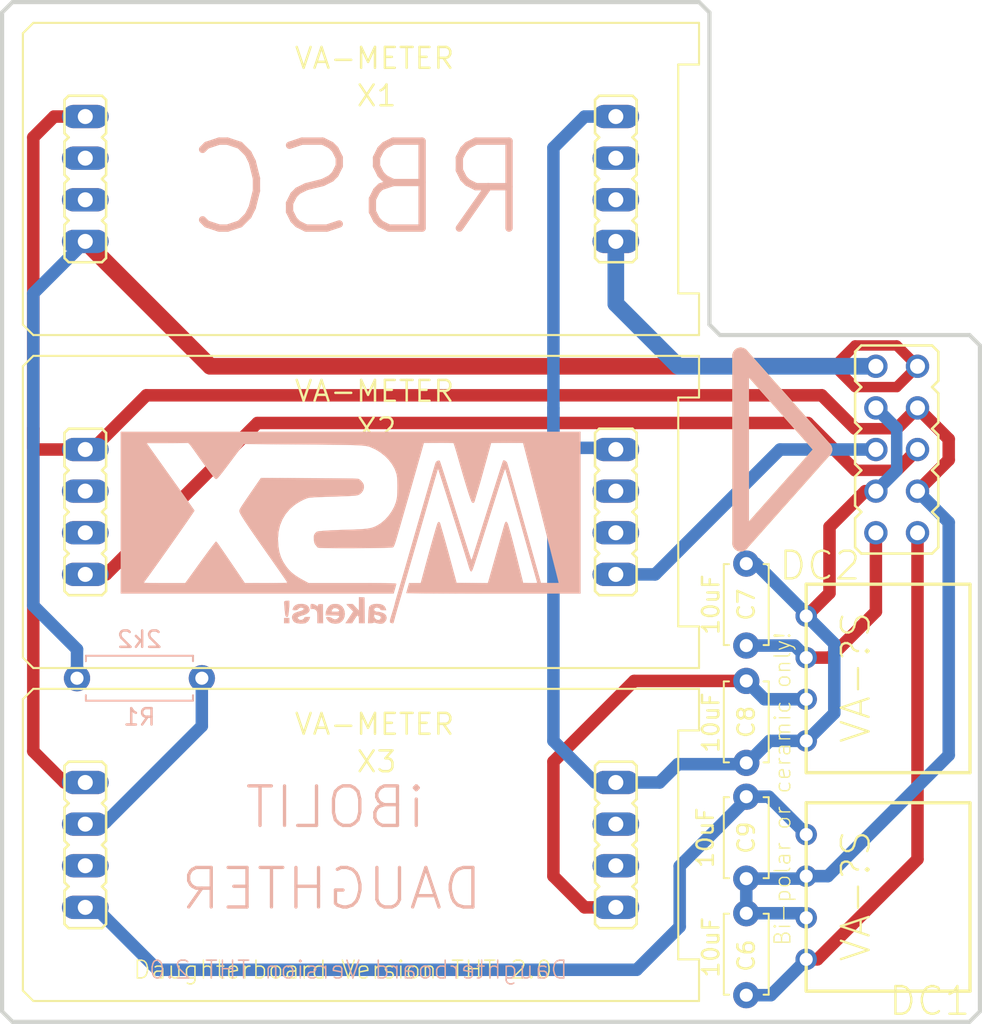
<source format=kicad_pcb>
(kicad_pcb (version 20211014) (generator pcbnew)
  (layers (0 "F.Cu" signal "Top") (31 "B.Cu" signal "Bottom") (34 "B.Paste" user) (35 "F.Paste" user) (36 "B.SilkS" user "B.Silkscreen") (37 "F.SilkS" user "F.Silkscreen") (38 "B.Mask" user) (39 "F.Mask" user) (44 "Edge.Cuts" user))
  (net 0 "")
  (net 1 "Net-(JP5-Pad3)")
  (net 2 "/+5VIN")
  (net 3 "Net-(JP3-Pad2)")
  (net 4 "Net-(JP3-Pad3)")
  (net 5 "/GND1")
  (net 6 "/+5VOUT")
  (net 7 "Net-(JP6-Pad3)")
  (net 8 "Net-(JP6-Pad2)")
  (net 9 "/GND2")
  (net 10 "/+12VIN")
  (net 11 "Net-(JP4-Pad2)")
  (net 12 "Net-(JP4-Pad3)")
  (net 13 "/+12VOUT")
  (net 14 "Net-(JP7-Pad3)")
  (net 15 "Net-(JP7-Pad2)")
  (net 16 "Net-(JP5-Pad2)")
  (net 17 "Net-(JP8-Pad3)")
  (net 18 "Net-(JP8-Pad2)")
  (net 19 "/-12VIN")
  (net 20 "/-12VOUT")
  (net 21 "Net-(JP5-Pad1)")
  (net 22 "Net-(DC2-Pad2)")
  (footprint "MSXmakers:VA_METER" (layer "F.Cu") (at 130.0861 85.3186)
    (fp_text reference "X1" (at 11.43 -5.715) (layer "F.SilkS") (effects (font (size 1.27 1.27))))
    (fp_text value "VA-METER" (at 11.303 -8.001) (layer "F.SilkS") (effects (font (size 1.27 1.27))))
    (pad "GNDIN" thru_hole rect (at -6.35 -4.445) (size 1.308 1.308) (drill 0.8) (layers F&B.Cu *.Mask) (net 5 "/GND1"))
    (pad "GNDOUT" thru_hole rect (at 26.035 -4.445) (size 1.308 1.308) (drill 0.8) (layers F&B.Cu *.Mask) (net 9 "/GND2"))
    (pad "NC1" thru_hole rect (at -6.35 -1.905) (size 1.308 1.308) (drill 0.8) (layers F&B.Cu *.Mask) (net 4 "Net-(JP3-Pad3)"))
    (pad "NC2" thru_hole rect (at -6.35 0.635) (size 1.308 1.308) (drill 0.8) (layers F&B.Cu *.Mask) (net 3 "Net-(JP3-Pad2)"))
    (pad "NC3" thru_hole rect (at 26.035 0.635) (size 1.308 1.308) (drill 0.8) (layers F&B.Cu *.Mask) (net 7 "Net-(JP6-Pad3)"))
    (pad "NC4" thru_hole rect (at 26.035 -1.905) (size 1.308 1.308) (drill 0.8) (layers F&B.Cu *.Mask) (net 8 "Net-(JP6-Pad2)"))
    (pad "VIN" thru_hole rect (at -6.35 3.175) (size 1.308 1.308) (drill 0.8) (layers F&B.Cu *.Mask) (net 2 "/+5VIN"))
    (pad "VOUT" thru_hole rect (at 26.035 3.175) (size 1.308 1.308) (drill 0.8) (layers F&B.Cu *.Mask) (net 6 "/+5VOUT"))
  )
  (footprint "MSXmakers:VA_METER" (layer "F.Cu") (at 130.0861 105.6386)
    (fp_text reference "X2" (at 11.43 -5.715) (layer "F.SilkS") (effects (font (size 1.27 1.27))))
    (fp_text value "VA-METER" (at 11.303 -8.001) (layer "F.SilkS") (effects (font (size 1.27 1.27))))
    (pad "GNDIN" thru_hole rect (at -6.35 -4.445) (size 1.308 1.308) (drill 0.8) (layers F&B.Cu *.Mask) (net 5 "/GND1"))
    (pad "GNDOUT" thru_hole rect (at 26.035 -4.445) (size 1.308 1.308) (drill 0.8) (layers F&B.Cu *.Mask) (net 9 "/GND2"))
    (pad "NC1" thru_hole rect (at -6.35 -1.905) (size 1.308 1.308) (drill 0.8) (layers F&B.Cu *.Mask) (net 12 "Net-(JP4-Pad3)"))
    (pad "NC2" thru_hole rect (at -6.35 0.635) (size 1.308 1.308) (drill 0.8) (layers F&B.Cu *.Mask) (net 11 "Net-(JP4-Pad2)"))
    (pad "NC3" thru_hole rect (at 26.035 0.635) (size 1.308 1.308) (drill 0.8) (layers F&B.Cu *.Mask) (net 14 "Net-(JP7-Pad3)"))
    (pad "NC4" thru_hole rect (at 26.035 -1.905) (size 1.308 1.308) (drill 0.8) (layers F&B.Cu *.Mask) (net 15 "Net-(JP7-Pad2)"))
    (pad "VIN" thru_hole rect (at -6.35 3.175) (size 1.308 1.308) (drill 0.8) (layers F&B.Cu *.Mask) (net 10 "/+12VIN"))
    (pad "VOUT" thru_hole rect (at 26.035 3.175) (size 1.308 1.308) (drill 0.8) (layers F&B.Cu *.Mask) (net 13 "/+12VOUT"))
  )
  (footprint "MSXmakers:VA_METER" (layer "F.Cu") (at 130.0861 125.9586)
    (fp_text reference "X3" (at 11.43 -5.715) (layer "F.SilkS") (effects (font (size 1.27 1.27))))
    (fp_text value "VA-METER" (at 11.303 -8.001) (layer "F.SilkS") (effects (font (size 1.27 1.27))))
    (pad "GNDIN" thru_hole rect (at -6.35 -4.445) (size 1.308 1.308) (drill 0.8) (layers F&B.Cu *.Mask) (net 5 "/GND1"))
    (pad "GNDOUT" thru_hole rect (at 26.035 -4.445) (size 1.308 1.308) (drill 0.8) (layers F&B.Cu *.Mask) (net 9 "/GND2"))
    (pad "NC1" thru_hole rect (at -6.35 -1.905) (size 1.308 1.308) (drill 0.8) (layers F&B.Cu *.Mask) (net 1 "Net-(JP5-Pad3)"))
    (pad "NC2" thru_hole rect (at -6.35 0.635) (size 1.308 1.308) (drill 0.8) (layers F&B.Cu *.Mask) (net 16 "Net-(JP5-Pad2)"))
    (pad "NC3" thru_hole rect (at 26.035 0.635) (size 1.308 1.308) (drill 0.8) (layers F&B.Cu *.Mask) (net 17 "Net-(JP8-Pad3)"))
    (pad "NC4" thru_hole rect (at 26.035 -1.905) (size 1.308 1.308) (drill 0.8) (layers F&B.Cu *.Mask) (net 18 "Net-(JP8-Pad2)"))
    (pad "VIN" thru_hole rect (at -6.35 3.175) (size 1.308 1.308) (drill 0.8) (layers F&B.Cu *.Mask) (net 21 "Net-(JP5-Pad1)"))
    (pad "VOUT" thru_hole rect (at 26.035 3.175) (size 1.308 1.308) (drill 0.8) (layers F&B.Cu *.Mask) (net 22 "Net-(DC2-Pad2)"))
  )
  (footprint "MSXmakers:4SIL" (layer "F.Cu") (at 167.7416 128.4986 90)
    (fp_text reference "DC1" (at -7.3406 4.953 180) (layer "F.SilkS") (effects (font (size 1.6891 1.6891) (thickness 0.14224)) (justify left bottom)))
    (fp_text value "VA-?S" (at -4.05 4.02 90) (layer "F.SilkS") (effects (font (size 1.6891 1.6891) (thickness 0.14224)) (justify left bottom)))
    (pad "1" thru_hole circle (at -3.81 0 90) (size 1.308 1.308) (drill 0.8) (layers *.Cu *.Mask) (net 19 "/-12VIN"))
    (pad "2" thru_hole circle (at -1.27 0 90) (size 1.308 1.308) (drill 0.8) (layers *.Cu *.Mask) (net 5 "/GND1"))
    (pad "3" thru_hole circle (at 1.27 0 90) (size 1.308 1.308) (drill 0.8) (layers *.Cu *.Mask) (net 5 "/GND1"))
    (pad "4" thru_hole circle (at 3.81 0 90) (size 1.308 1.308) (drill 0.8) (layers *.Cu *.Mask) (net 21 "Net-(JP5-Pad1)"))
  )
  (footprint "MSXmakers:4SIL" (layer "F.Cu") (at 167.7416 115.1636 90)
    (fp_text reference "DC2" (at 5.8928 -1.7526) (layer "F.SilkS") (effects (font (size 1.6891 1.6891) (thickness 0.14224)) (justify left bottom)))
    (fp_text value "VA-?S" (at -4.05 4.02 90) (layer "F.SilkS") (effects (font (size 1.6891 1.6891) (thickness 0.14224)) (justify left bottom)))
    (pad "1" thru_hole circle (at -3.81 0 90) (size 1.308 1.308) (drill 0.8) (layers *.Cu *.Mask) (net 9 "/GND2"))
    (pad "2" thru_hole circle (at -1.27 0 90) (size 1.308 1.308) (drill 0.8) (layers *.Cu *.Mask) (net 22 "Net-(DC2-Pad2)"))
    (pad "3" thru_hole circle (at 1.27 0 90) (size 1.308 1.308) (drill 0.8) (layers *.Cu *.Mask) (net 20 "/-12VOUT"))
    (pad "4" thru_hole circle (at 3.81 0 90) (size 1.308 1.308) (drill 0.8) (layers *.Cu *.Mask) (net 9 "/GND2"))
  )
  (footprint "iBolit_daughter:JP5Q_CUSTOM" (layer "F.Cu") (at 173.2661 101.1936 90)
    (fp_text reference "JP2" hide)
    (fp_text value "2x5 socket" hide)
    (pad "1" thru_hole circle locked (at -5.08 1.27 90) (size 1.4224 1.4224) (drill 0.9144) (layers *.Cu *.Mask) (net 19 "/-12VIN"))
    (pad "2" thru_hole circle locked (at -5.08 -1.27 90) (size 1.4224 1.4224) (drill 0.9144) (layers *.Cu *.Mask) (net 20 "/-12VOUT"))
    (pad "3" thru_hole circle locked (at -2.54 1.27 90) (size 1.4224 1.4224) (drill 0.9144) (layers *.Cu *.Mask) (net 5 "/GND1"))
    (pad "4" thru_hole circle locked (at -2.54 -1.27 90) (size 1.4224 1.4224) (drill 0.9144) (layers *.Cu *.Mask) (net 9 "/GND2"))
    (pad "5" thru_hole circle locked (at 0 1.27 90) (size 1.4224 1.4224) (drill 0.9144) (layers *.Cu *.Mask) (net 10 "/+12VIN"))
    (pad "6" thru_hole circle locked (at 0 -1.27 90) (size 1.4224 1.4224) (drill 0.9144) (layers *.Cu *.Mask) (net 13 "/+12VOUT"))
    (pad "7" thru_hole circle locked (at 2.54 1.27 90) (size 1.4224 1.4224) (drill 0.9144) (layers *.Cu *.Mask) (net 5 "/GND1"))
    (pad "8" thru_hole circle locked (at 2.54 -1.27 90) (size 1.4224 1.4224) (drill 0.9144) (layers *.Cu *.Mask) (net 9 "/GND2"))
    (pad "9" thru_hole circle locked (at 5.08 1.27 90) (size 1.4224 1.4224) (drill 0.9144) (layers *.Cu *.Mask) (net 2 "/+5VIN"))
    (pad "10" thru_hole circle locked (at 5.08 -1.27 90) (size 1.4224 1.4224) (drill 0.9144) (layers *.Cu *.Mask) (net 6 "/+5VOUT"))
  )
  (footprint "iBolit_daughter:JP4_CUSTOM" (layer "F.Cu") (at 123.7361 84.6836 90)
    (fp_text reference "JP3" hide)
    (fp_text value "JP4E_CUSTOM" hide)
    (pad "1" thru_hole oval locked (at -3.81 0 180) (size 2.8448 1.4224) (drill 0.9144) (layers *.Cu *.Mask) (net 2 "/+5VIN"))
    (pad "2" thru_hole oval locked (at -1.27 0 180) (size 2.8448 1.4224) (drill 0.9144) (layers *.Cu *.Mask) (net 3 "Net-(JP3-Pad2)"))
    (pad "3" thru_hole oval locked (at 1.27 0 180) (size 2.8448 1.4224) (drill 0.9144) (layers *.Cu *.Mask) (net 4 "Net-(JP3-Pad3)"))
    (pad "4" thru_hole oval locked (at 3.81 0 180) (size 2.8448 1.4224) (drill 0.9144) (layers *.Cu *.Mask) (net 5 "/GND1"))
  )
  (footprint "iBolit_daughter:JP4_CUSTOM" (layer "F.Cu") (at 123.7361 105.0036 90)
    (fp_text reference "JP4" hide)
    (fp_text value "JP4E_CUSTOM" hide)
    (pad "1" thru_hole oval locked (at -3.81 0 180) (size 2.8448 1.4224) (drill 0.9144) (layers *.Cu *.Mask) (net 10 "/+12VIN"))
    (pad "2" thru_hole oval locked (at -1.27 0 180) (size 2.8448 1.4224) (drill 0.9144) (layers *.Cu *.Mask) (net 11 "Net-(JP4-Pad2)"))
    (pad "3" thru_hole oval locked (at 1.27 0 180) (size 2.8448 1.4224) (drill 0.9144) (layers *.Cu *.Mask) (net 12 "Net-(JP4-Pad3)"))
    (pad "4" thru_hole oval locked (at 3.81 0 180) (size 2.8448 1.4224) (drill 0.9144) (layers *.Cu *.Mask) (net 5 "/GND1"))
  )
  (footprint "iBolit_daughter:JP4_CUSTOM" (layer "F.Cu") (at 123.7361 125.3236 90)
    (fp_text reference "JP5" hide)
    (fp_text value "JP4E_CUSTOM" hide)
    (pad "1" thru_hole oval locked (at -3.81 0 180) (size 2.8448 1.4224) (drill 0.9144) (layers *.Cu *.Mask) (net 21 "Net-(JP5-Pad1)"))
    (pad "2" thru_hole oval locked (at -1.27 0 180) (size 2.8448 1.4224) (drill 0.9144) (layers *.Cu *.Mask) (net 16 "Net-(JP5-Pad2)"))
    (pad "3" thru_hole oval locked (at 1.27 0 180) (size 2.8448 1.4224) (drill 0.9144) (layers *.Cu *.Mask) (net 1 "Net-(JP5-Pad3)"))
    (pad "4" thru_hole oval locked (at 3.81 0 180) (size 2.8448 1.4224) (drill 0.9144) (layers *.Cu *.Mask) (net 5 "/GND1"))
  )
  (footprint "iBolit_daughter:JP4_CUSTOM" (layer "F.Cu") (at 156.1211 84.6836 -90)
    (fp_text reference "JP6" hide)
    (fp_text value "JP4E_CUSTOM" hide)
    (pad "1" thru_hole oval locked (at -3.81 0) (size 2.8448 1.4224) (drill 0.9144) (layers *.Cu *.Mask) (net 9 "/GND2"))
    (pad "2" thru_hole oval locked (at -1.27 0) (size 2.8448 1.4224) (drill 0.9144) (layers *.Cu *.Mask) (net 8 "Net-(JP6-Pad2)"))
    (pad "3" thru_hole oval locked (at 1.27 0) (size 2.8448 1.4224) (drill 0.9144) (layers *.Cu *.Mask) (net 7 "Net-(JP6-Pad3)"))
    (pad "4" thru_hole oval locked (at 3.81 0) (size 2.8448 1.4224) (drill 0.9144) (layers *.Cu *.Mask) (net 6 "/+5VOUT"))
  )
  (footprint "iBolit_daughter:JP4_CUSTOM" (layer "F.Cu") (at 156.1211 105.0036 -90)
    (fp_text reference "JP7" hide)
    (fp_text value "JP4E_CUSTOM" hide)
    (pad "1" thru_hole oval locked (at -3.81 0) (size 2.8448 1.4224) (drill 0.9144) (layers *.Cu *.Mask) (net 9 "/GND2"))
    (pad "2" thru_hole oval locked (at -1.27 0) (size 2.8448 1.4224) (drill 0.9144) (layers *.Cu *.Mask) (net 15 "Net-(JP7-Pad2)"))
    (pad "3" thru_hole oval locked (at 1.27 0) (size 2.8448 1.4224) (drill 0.9144) (layers *.Cu *.Mask) (net 14 "Net-(JP7-Pad3)"))
    (pad "4" thru_hole oval locked (at 3.81 0) (size 2.8448 1.4224) (drill 0.9144) (layers *.Cu *.Mask) (net 13 "/+12VOUT"))
  )
  (footprint "iBolit_daughter:JP4_CUSTOM" (layer "F.Cu") (at 156.1211 125.3236 -90)
    (fp_text reference "JP8" hide)
    (fp_text value "JP4E_CUSTOM" hide)
    (pad "1" thru_hole oval locked (at -3.81 0) (size 2.8448 1.4224) (drill 0.9144) (layers *.Cu *.Mask) (net 9 "/GND2"))
    (pad "2" thru_hole oval locked (at -1.27 0) (size 2.8448 1.4224) (drill 0.9144) (layers *.Cu *.Mask) (net 18 "Net-(JP8-Pad2)"))
    (pad "3" thru_hole oval locked (at 1.27 0) (size 2.8448 1.4224) (drill 0.9144) (layers *.Cu *.Mask) (net 17 "Net-(JP8-Pad3)"))
    (pad "4" thru_hole oval locked (at 3.81 0) (size 2.8448 1.4224) (drill 0.9144) (layers *.Cu *.Mask) (net 22 "Net-(DC2-Pad2)"))
  )
  (footprint "Capacitor_THT:C_Disc_D4.7mm_W2.5mm_P5.00mm" (layer "F.Cu") (at 164.084 129.493 -90)
    (fp_text reference "C6" (at 2.587 0 -90) (layer "F.SilkS"))
    (fp_text value "10uF" (at 2.079 2.159 -90) (layer "F.SilkS"))
    (pad "1" thru_hole circle (at 0 0 270) (size 1.6 1.6) (drill 0.8) (layers *.Cu *.Mask) (net 5 "/GND1"))
    (pad "2" thru_hole circle (at 5 0 270) (size 1.6 1.6) (drill 0.8) (layers *.Cu *.Mask) (net 19 "/-12VIN"))
  )
  (footprint "Capacitor_THT:C_Disc_D4.7mm_W2.5mm_P5.00mm" (layer "F.Cu") (at 164.084 108.157 -90)
    (fp_text reference "C7" (at 2.5 0 -90) (layer "F.SilkS"))
    (fp_text value "10uF" (at 2.5 2.159 -90) (layer "F.SilkS"))
    (pad "1" thru_hole circle (at 0 0 270) (size 1.6 1.6) (drill 0.8) (layers *.Cu *.Mask) (net 9 "/GND2"))
    (pad "2" thru_hole circle (at 5 0 270) (size 1.6 1.6) (drill 0.8) (layers *.Cu *.Mask) (net 20 "/-12VOUT"))
  )
  (footprint "Capacitor_THT:C_Disc_D4.7mm_W2.5mm_P5.00mm" (layer "F.Cu") (at 164.084 115.316 -90)
    (fp_text reference "C8" (at 2.5 0 -90) (layer "F.SilkS"))
    (fp_text value "10uF" (at 2.54 2.159 -90) (layer "F.SilkS"))
    (pad "1" thru_hole circle (at 0 0 270) (size 1.6 1.6) (drill 0.8) (layers *.Cu *.Mask) (net 22 "Net-(DC2-Pad2)"))
    (pad "2" thru_hole circle (at 5 0 270) (size 1.6 1.6) (drill 0.8) (layers *.Cu *.Mask) (net 9 "/GND2"))
  )
  (footprint "Capacitor_THT:C_Disc_D4.7mm_W2.5mm_P5.00mm" (layer "F.Cu") (at 164.084 122.381 -90)
    (fp_text reference "C9" (at 2.5 0 -90) (layer "F.SilkS"))
    (fp_text value "10uF" (at 2.5 2.5 -90) (layer "F.SilkS"))
    (pad "1" thru_hole circle (at 0 0 270) (size 1.6 1.6) (drill 0.8) (layers *.Cu *.Mask) (net 21 "Net-(JP5-Pad1)"))
    (pad "2" thru_hole circle (at 5 0 270) (size 1.6 1.6) (drill 0.8) (layers *.Cu *.Mask) (net 5 "/GND1"))
  )
  (footprint "Resistor_THT:R_Axial_DIN0207_L6.3mm_D2.5mm_P7.62mm_Horizontal" (layer "B.Cu") (at 123.23 115.15)
    (fp_text reference "R1" (at 3.81 2.37) (layer "B.SilkS") (effects (justify mirror)))
    (fp_text value "2k2" (at 3.81 -2.37) (layer "B.SilkS") (effects (justify mirror)))
    (pad "1" thru_hole circle (at 0 0) (size 1.6 1.6) (drill 0.8) (layers *.Cu *.Mask) (net 2 "/+5VIN"))
    (pad "2" thru_hole oval (at 7.62 0) (size 1.6 1.6) (drill 0.8) (layers *.Cu *.Mask) (net 1 "Net-(JP5-Pad3)"))
  )
  (footprint "MSXmakers:Logo_MSXmakers_fsilk_29x14" (layer "B.Cu") (at 139.9032 105.918 180)
    (fp_text reference "G***" hide)
    (fp_text value "Val**" hide)
  )
  (gr_line (start 163.7411 95.4786) (end 163.7411 106.9086) (layer "B.SilkS") (width 1.016))
  (gr_line (start 163.7411 106.9086) (end 168.8211 101.1936) (layer "B.SilkS") (width 1.016))
  (gr_line (start 168.8211 101.1936) (end 163.7411 95.4786) (layer "B.SilkS") (width 1.016))
  (gr_line (start 163.7411 95.4786) (end 168.8211 101.1936) (layer "F.SilkS") (width 1.016))
  (gr_line (start 168.8211 101.1936) (end 163.7411 106.9086) (layer "F.SilkS") (width 1.016))
  (gr_line (start 163.7411 106.9086) (end 163.7411 95.4786) (layer "F.SilkS") (width 1.016))
  (gr_line (start 177.7111 94.2086) (end 162.4711 94.2086) (layer "Edge.Cuts") (width 0.254))
  (gr_line (start 161.8361 93.5736) (end 161.8361 74.5236) (layer "Edge.Cuts") (width 0.254))
  (gr_line (start 161.2011 73.8886) (end 119.2911 73.8886) (layer "Edge.Cuts") (width 0.254))
  (gr_line (start 118.6561 74.5236) (end 118.6561 135.4836) (layer "Edge.Cuts") (width 0.254))
  (gr_line (start 119.2911 136.1186) (end 177.7111 136.1186) (layer "Edge.Cuts") (width 0.254))
  (gr_line (start 178.3461 94.8436) (end 178.3461 135.4836) (layer "Edge.Cuts") (width 0.254))
  (gr_line (start 178.3461 94.8436) (end 177.7111 94.2086) (layer "Edge.Cuts") (width 0.254))
  (gr_line (start 161.8361 93.5736) (end 162.4711 94.2086) (layer "Edge.Cuts") (width 0.254))
  (gr_line (start 161.2011 73.8886) (end 161.8361 74.5236) (layer "Edge.Cuts") (width 0.254))
  (gr_line (start 118.6561 74.5236) (end 119.2911 73.8886) (layer "Edge.Cuts") (width 0.254))
  (gr_line (start 118.6561 135.4836) (end 119.2911 136.1186) (layer "Edge.Cuts") (width 0.254))
  (gr_line (start 177.7111 136.1186) (end 178.3461 135.4836) (layer "Edge.Cuts") (width 0.254))
  (gr_text "iBOLIT" (at 133.35 121.6152) (layer "B.SilkS") (effects (font (size 2.413 2.413) (thickness 0.2032)) (justify right top mirror)))
  (gr_text "DAUGHTER" (at 129.4511 126.5936) (layer "B.SilkS") (effects (font (size 2.413 2.413) (thickness 0.2032)) (justify right top mirror)))
  (gr_text "Daughterboard Version THT 2.0" (at 127.5461 132.3086) (layer "B.SilkS") (effects (font (size 1.08585 1.08585) (thickness 0.09144)) (justify right top mirror)))
  (gr_text "RBSC" (at 129.5908 82.1436) (layer "B.SilkS") (effects (font (size 5.3086 5.3086) (thickness 0.44704)) (justify right top mirror)))
  (gr_text "Daughterboard Version THT 2.0" (at 152.3111 132.3086) (layer "F.SilkS") (effects (font (size 1.08585 1.08585) (thickness 0.09144)) (justify right top)))
  (gr_text "Bi-polar or ceramic only!" (at 165.735 112.268 90) (layer "F.SilkS") (effects (font (size 0.9652 0.9652) (thickness 0.08128)) (justify right top)))
  (segment (start 123.8377 123.952) (end 123.7361 124.0536) (width 0.762) (layer "B.Cu") (net 1))
  (segment (start 124.968 123.952) (end 123.8377 123.952) (width 0.762) (layer "B.Cu") (net 1))
  (segment (start 130.85 118.07) (end 124.968 123.952) (width 0.762) (layer "B.Cu") (net 1))
  (segment (start 130.85 115.15) (end 130.85 118.07) (width 0.762) (layer "B.Cu") (net 1))
  (segment (start 123.7361 88.4936) (end 131.3561 96.1136) (width 1.016) (layer "F.Cu") (net 2))
  (segment (start 131.3561 96.1136) (end 169.4561 96.1136) (width 1.016) (layer "F.Cu") (net 2))
  (segment (start 169.4561 96.1136) (end 170.7261 94.8436) (width 0.635) (layer "F.Cu") (net 2))
  (segment (start 170.7261 94.8436) (end 173.2661 94.8436) (width 0.635) (layer "F.Cu") (net 2))
  (segment (start 173.2661 94.8436) (end 174.5361 96.1136) (width 0.635) (layer "F.Cu") (net 2))
  (segment (start 169.4561 96.1136) (end 170.7261 97.3836) (width 0.635) (layer "F.Cu") (net 2))
  (segment (start 170.7261 97.3836) (end 173.2661 97.3836) (width 0.635) (layer "F.Cu") (net 2))
  (segment (start 173.2661 97.3836) (end 174.5361 96.1136) (width 0.635) (layer "F.Cu") (net 2))
  (segment (start 120.5611 91.6686) (end 120.5611 110.7186) (width 0.762) (layer "B.Cu") (net 2))
  (segment (start 123.7361 88.4936) (end 120.5611 91.6686) (width 0.762) (layer "B.Cu") (net 2))
  (segment (start 123.23 113.3875) (end 123.23 115.15) (width 0.762) (layer "B.Cu") (net 2))
  (segment (start 120.5611 110.7186) (end 123.23 113.3875) (width 0.762) (layer "B.Cu") (net 2))
  (segment (start 123.7361 80.8736) (end 121.8311 80.8736) (width 0.762) (layer "F.Cu") (net 5))
  (segment (start 121.8311 80.8736) (end 120.5611 82.1436) (width 0.762) (layer "F.Cu") (net 5))
  (segment (start 120.5611 82.1436) (end 120.5611 99.9236) (width 0.762) (layer "F.Cu") (net 5))
  (segment (start 123.7361 121.5136) (end 122.4661 121.5136) (width 0.762) (layer "F.Cu") (net 5))
  (segment (start 122.4661 121.5136) (end 120.5611 119.6086) (width 0.762) (layer "F.Cu") (net 5))
  (segment (start 120.5611 119.6086) (end 120.5611 99.9236) (width 0.762) (layer "F.Cu") (net 5))
  (segment (start 174.5361 98.6536) (end 176.4411 100.5586) (width 0.762) (layer "F.Cu") (net 5))
  (segment (start 176.4411 100.5586) (end 176.4411 101.8286) (width 0.762) (layer "F.Cu") (net 5))
  (segment (start 176.4411 101.8286) (end 174.5361 103.7336) (width 0.762) (layer "F.Cu") (net 5))
  (segment (start 173.2661 99.9236) (end 174.5361 98.6536) (width 0.762) (layer "F.Cu") (net 5))
  (segment (start 168.68775 97.88525) (end 170.7261 99.9236) (width 0.762) (layer "F.Cu") (net 5))
  (segment (start 170.7261 99.9236) (end 173.2661 99.9236) (width 0.7) (layer "F.Cu") (net 5))
  (segment (start 120.5611 101.0539) (end 120.7008 101.1936) (width 0.762) (layer "F.Cu") (net 5))
  (segment (start 127.46355 97.88525) (end 168.68775 97.88525) (width 0.762) (layer "F.Cu") (net 5))
  (segment (start 120.5611 99.9236) (end 120.5611 101.0539) (width 0.762) (layer "F.Cu") (net 5))
  (segment (start 123.7361 101.1936) (end 124.1552 101.1936) (width 0.762) (layer "F.Cu") (net 5))
  (segment (start 120.7008 101.1936) (end 123.7361 101.1936) (width 0.762) (layer "F.Cu") (net 5))
  (segment (start 124.1552 101.1936) (end 127.46355 97.88525) (width 0.762) (layer "F.Cu") (net 5))
  (segment (start 176.4411 105.6386) (end 174.5361 103.7336) (width 0.762) (layer "B.Cu") (net 5))
  (segment (start 164.084 129.493) (end 167.466 129.493) (width 0.762) (layer "B.Cu") (net 5))
  (segment (start 164.084 127.381) (end 164.084 129.493) (width 0.762) (layer "B.Cu") (net 5))
  (segment (start 167.7416 127.2286) (end 169.0624 127.2286) (width 0.762) (layer "B.Cu") (net 5))
  (segment (start 169.0624 127.2286) (end 176.4411 119.8499) (width 0.762) (layer "B.Cu") (net 5))
  (segment (start 164.084 127.381) (end 167.5892 127.381) (width 0.762) (layer "B.Cu") (net 5))
  (segment (start 167.5892 127.381) (end 167.7416 127.2286) (width 0.762) (layer "B.Cu") (net 5))
  (segment (start 167.466 129.493) (end 167.7416 129.7686) (width 0.762) (layer "B.Cu") (net 5))
  (segment (start 176.4411 119.8499) (end 176.4411 105.6386) (width 0.762) (layer "B.Cu") (net 5))
  (segment (start 171.9961 96.1136) (end 159.9311 96.1136) (width 1.016) (layer "B.Cu") (net 6))
  (segment (start 159.9311 96.1136) (end 156.1211 92.3036) (width 1.016) (layer "B.Cu") (net 6))
  (segment (start 156.1211 92.3036) (end 156.1211 88.4936) (width 1.016) (layer "B.Cu") (net 6))
  (segment (start 169.164 105.918) (end 169.164 109.9566) (width 0.762) (layer "F.Cu") (net 9))
  (segment (start 171.3484 103.7336) (end 169.164 105.918) (width 0.762) (layer "F.Cu") (net 9))
  (segment (start 171.9961 103.7336) (end 171.3484 103.7336) (width 0.762) (layer "F.Cu") (net 9))
  (segment (start 169.164 109.9566) (end 167.767 111.3536) (width 0.762) (layer "F.Cu") (net 9))
  (segment (start 152.3111 98.6536) (end 152.3111 82.7786) (width 0.762) (layer "B.Cu") (net 9))
  (segment (start 152.3111 82.7786) (end 154.2161 80.8736) (width 0.762) (layer "B.Cu") (net 9))
  (segment (start 154.2161 80.8736) (end 156.1211 80.8736) (width 0.762) (layer "B.Cu") (net 9))
  (segment (start 156.1211 121.5136) (end 154.8511 121.5136) (width 0.762) (layer "B.Cu") (net 9))
  (segment (start 154.8511 121.5136) (end 152.3111 118.9736) (width 0.762) (layer "B.Cu") (net 9))
  (segment (start 152.3111 118.9736) (end 152.3111 98.6536) (width 0.762) (layer "B.Cu") (net 9))
  (segment (start 171.9961 98.6536) (end 173.2661 99.9236) (width 0.762) (layer "B.Cu") (net 9))
  (segment (start 173.2661 99.9236) (end 173.2661 102.4636) (width 0.7) (layer "B.Cu") (net 9))
  (segment (start 173.2661 102.4636) (end 171.9961 103.7336) (width 0.762) (layer "B.Cu") (net 9))
  (segment (start 152.4 101.092) (end 152.3111 101.0031) (width 0.762) (layer "B.Cu") (net 9))
  (segment (start 164.672 108.157) (end 164.084 108.157) (width 0.762) (layer "B.Cu") (net 9))
  (segment (start 169.4561 113.0427) (end 167.767 111.3536) (width 0.762) (layer "B.Cu") (net 9))
  (segment (start 169.4561 117.2845) (end 169.4561 113.0427) (width 0.762) (layer "B.Cu") (net 9))
  (segment (start 167.767 111.252) (end 164.672 108.157) (width 0.762) (layer "B.Cu") (net 9))
  (segment (start 158.7911 121.5136) (end 159.9087 120.396) (width 0.762) (layer "B.Cu") (net 9))
  (segment (start 159.9087 120.396) (end 164.084 120.396) (width 0.762) (layer "B.Cu") (net 9))
  (segment (start 167.767 111.3536) (end 167.767 111.252) (width 0.762) (layer "B.Cu") (net 9))
  (segment (start 164.084 120.396) (end 165.5064 118.9736) (width 0.762) (layer "B.Cu") (net 9))
  (segment (start 167.767 118.9736) (end 169.4561 117.2845) (width 0.762) (layer "B.Cu") (net 9))
  (segment (start 156.1211 121.5136) (end 158.7911 121.5136) (width 0.762) (layer "B.Cu") (net 9))
  (segment (start 152.3111 101.0031) (end 152.3111 98.6536) (width 0.762) (layer "B.Cu") (net 9))
  (segment (start 165.5064 118.9736) (end 167.767 118.9736) (width 0.762) (layer "B.Cu") (net 9))
  (segment (start 156.0195 101.092) (end 152.4 101.092) (width 0.762) (layer "B.Cu") (net 9))
  (segment (start 156.1211 101.1936) (end 156.0195 101.092) (width 0.762) (layer "B.Cu") (net 9))
  (segment (start 170.7261 102.4636) (end 173.2661 102.4636) (width 0.7) (layer "F.Cu") (net 10))
  (segment (start 123.7361 108.8136) (end 125.0061 108.8136) (width 0.762) (layer "F.Cu") (net 10))
  (segment (start 134.24535 99.57435) (end 167.83685 99.57435) (width 0.762) (layer "F.Cu") (net 10))
  (segment (start 167.83685 99.57435) (end 170.7261 102.4636) (width 0.762) (layer "F.Cu") (net 10))
  (segment (start 125.0061 108.8136) (end 134.24535 99.57435) (width 0.762) (layer "F.Cu") (net 10))
  (segment (start 173.2661 102.4636) (end 174.5361 101.1936) (width 0.762) (layer "F.Cu") (net 10))
  (segment (start 171.9961 101.1936) (end 166.1414 101.1936) (width 0.762) (layer "B.Cu") (net 13))
  (segment (start 166.1414 101.1936) (end 158.5214 108.8136) (width 0.762) (layer "B.Cu") (net 13))
  (segment (start 158.5214 108.8136) (end 156.1211 108.8136) (width 0.762) (layer "B.Cu") (net 13))
  (segment (start 174.5361 126.1999) (end 168.4274 132.3086) (width 0.762) (layer "F.Cu") (net 19))
  (segment (start 174.5361 106.2736) (end 174.5361 126.1999) (width 0.762) (layer "F.Cu") (net 19))
  (segment (start 168.4274 132.3086) (end 167.7416 132.3086) (width 0.762) (layer "F.Cu") (net 19))
  (segment (start 165.5826 134.493) (end 167.7416 132.334) (width 0.762) (layer "B.Cu") (net 19))
  (segment (start 164.084 134.493) (end 165.5826 134.493) (width 0.762) (layer "B.Cu") (net 19))
  (segment (start 167.7416 132.334) (end 167.7416 132.3086) (width 0.762) (layer "B.Cu") (net 19))
  (segment (start 171.9961 106.2736) (end 171.9961 111.0869) (width 0.762) (layer "F.Cu") (net 20))
  (segment (start 169.1894 113.8936) (end 167.767 113.8936) (width 0.762) (layer "F.Cu") (net 20))
  (segment (start 171.9961 111.0869) (end 169.1894 113.8936) (width 0.762) (layer "F.Cu") (net 20))
  (segment (start 164.084 113.157) (end 167.0304 113.157) (width 0.762) (layer "B.Cu") (net 20))
  (segment (start 167.0304 113.157) (end 167.767 113.8936) (width 0.762) (layer "B.Cu") (net 20))
  (segment (start 124.33935 129.1336) (end 128.14935 132.9436) (width 0.762) (layer "B.Cu") (net 21))
  (segment (start 160.02 126.619) (end 164.258 122.381) (width 0.762) (layer "B.Cu") (net 21))
  (segment (start 128.14935 132.9436) (end 157.3911 132.9436) (width 0.762) (layer "B.Cu") (net 21))
  (segment (start 165.4594 122.381) (end 167.7416 124.6632) (width 0.762) (layer "B.Cu") (net 21))
  (segment (start 123.7361 129.1336) (end 124.33935 129.1336) (width 0.762) (layer "B.Cu") (net 21))
  (segment (start 157.3911 132.9436) (end 160.02 130.3147) (width 0.762) (layer "B.Cu") (net 21))
  (segment (start 167.7416 124.6632) (end 167.7416 124.6886) (width 0.762) (layer "B.Cu") (net 21))
  (segment (start 164.258 122.381) (end 165.4594 122.381) (width 0.762) (layer "B.Cu") (net 21))
  (segment (start 160.02 130.3147) (end 160.02 126.619) (width 0.762) (layer "B.Cu") (net 21))
  (segment (start 156.1211 129.1336) (end 154.2161 129.1336) (width 0.762) (layer "F.Cu") (net 22))
  (segment (start 157.2387 115.316) (end 164.084 115.316) (width 0.762) (layer "F.Cu") (net 22))
  (segment (start 154.2161 129.1336) (end 152.3111 127.2286) (width 0.762) (layer "F.Cu") (net 22))
  (segment (start 152.3111 120.2436) (end 157.2387 115.316) (width 0.762) (layer "F.Cu") (net 22))
  (segment (start 152.3111 127.2286) (end 152.3111 120.2436) (width 0.762) (layer "F.Cu") (net 22))
  (segment (start 164.084 115.316) (end 165.2016 116.4336) (width 0.762) (layer "B.Cu") (net 22))
  (segment (start 165.2016 116.4336) (end 167.767 116.4336) (width 0.762) (layer "B.Cu") (net 22))
)
</source>
